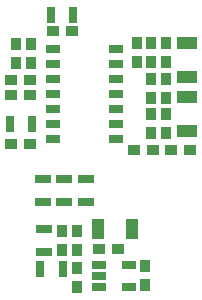
<source format=gbp>
G04*
G04 #@! TF.GenerationSoftware,Altium Limited,Altium Designer,22.2.1 (43)*
G04*
G04 Layer_Color=128*
%FSLAX25Y25*%
%MOIN*%
G70*
G04*
G04 #@! TF.SameCoordinates,A0DC7013-DE40-4D07-A028-2F209A2C4820*
G04*
G04*
G04 #@! TF.FilePolarity,Positive*
G04*
G01*
G75*
%ADD21R,0.03150X0.05512*%
%ADD22R,0.04194X0.03494*%
%ADD24R,0.03494X0.04194*%
%ADD32R,0.05512X0.03150*%
%ADD173R,0.04724X0.02756*%
%ADD174R,0.03937X0.06693*%
%ADD175R,0.06693X0.03937*%
%ADD176R,0.05039X0.02677*%
D21*
X307283Y15748D02*
D03*
X299803D02*
D03*
X297047Y63976D02*
D03*
X289567D02*
D03*
X303346Y100394D02*
D03*
X310827D02*
D03*
D22*
X319291Y22441D02*
D03*
X325591D02*
D03*
X296457Y57480D02*
D03*
X290157D02*
D03*
X296458Y73622D02*
D03*
X290158D02*
D03*
X296457Y78740D02*
D03*
X290157D02*
D03*
X349803Y55315D02*
D03*
X343503D02*
D03*
X337402D02*
D03*
X331102D02*
D03*
X310237Y94882D02*
D03*
X303937D02*
D03*
D24*
X307087Y28347D02*
D03*
Y22047D02*
D03*
X312205Y28347D02*
D03*
Y22047D02*
D03*
Y16142D02*
D03*
Y9842D02*
D03*
X334842Y16733D02*
D03*
Y10433D02*
D03*
X291732Y90552D02*
D03*
Y84252D02*
D03*
X296850Y90552D02*
D03*
Y84252D02*
D03*
X336614Y67323D02*
D03*
Y61023D02*
D03*
X341732D02*
D03*
Y67323D02*
D03*
X336614Y79134D02*
D03*
Y72834D02*
D03*
X341732Y79134D02*
D03*
Y72834D02*
D03*
X331890Y84645D02*
D03*
Y90945D02*
D03*
X336614D02*
D03*
Y84645D02*
D03*
X341732Y84645D02*
D03*
Y90945D02*
D03*
D32*
X301181Y28937D02*
D03*
Y21457D02*
D03*
X300787Y45669D02*
D03*
Y38189D02*
D03*
X307874Y45669D02*
D03*
Y38189D02*
D03*
X314961Y45669D02*
D03*
Y38189D02*
D03*
D173*
X329528Y9646D02*
D03*
Y17126D02*
D03*
X319291D02*
D03*
Y13386D02*
D03*
Y9646D02*
D03*
D174*
X330512Y29134D02*
D03*
X319094D02*
D03*
D175*
X348819Y91142D02*
D03*
Y79724D02*
D03*
Y73032D02*
D03*
Y61614D02*
D03*
D176*
X304020Y59110D02*
D03*
Y64110D02*
D03*
Y69110D02*
D03*
Y74110D02*
D03*
Y79110D02*
D03*
Y84110D02*
D03*
Y89110D02*
D03*
X324965Y59110D02*
D03*
Y64110D02*
D03*
Y69110D02*
D03*
Y74110D02*
D03*
Y79110D02*
D03*
Y84110D02*
D03*
Y89110D02*
D03*
M02*

</source>
